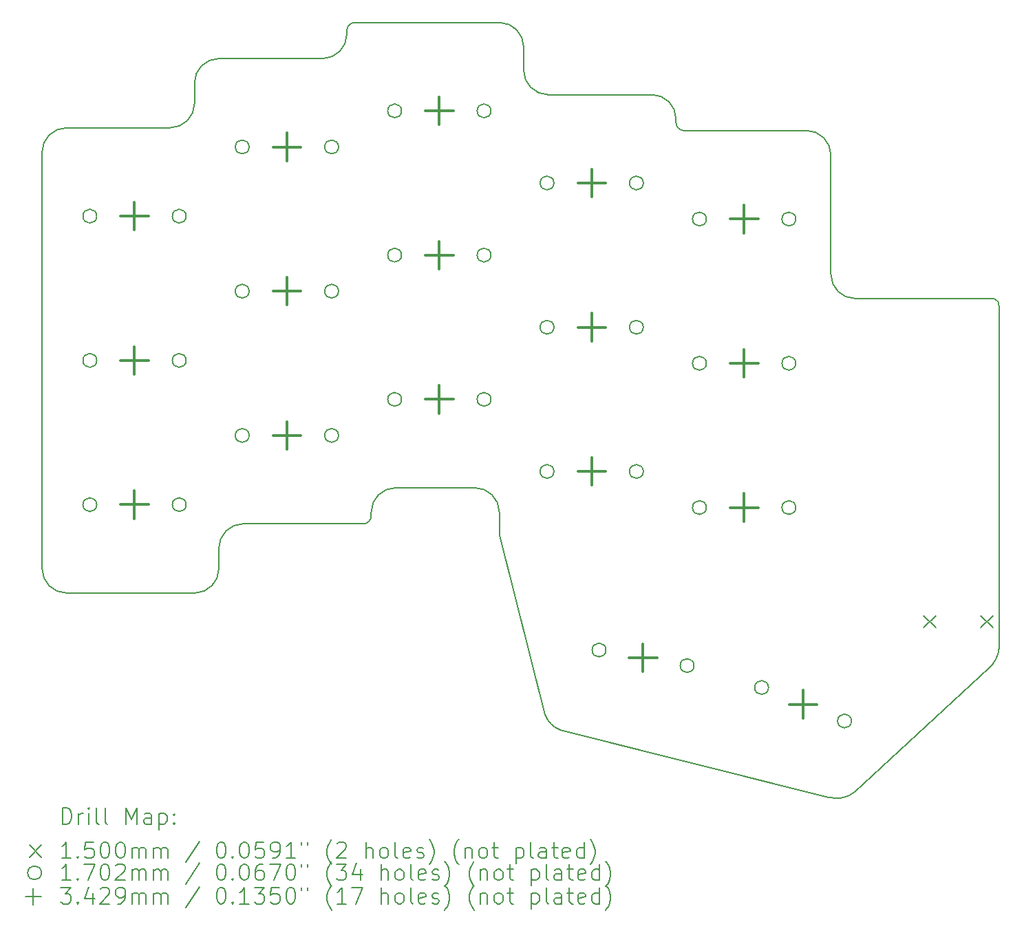
<source format=gbr>
%FSLAX45Y45*%
G04 Gerber Fmt 4.5, Leading zero omitted, Abs format (unit mm)*
G04 Created by KiCad (PCBNEW (6.0.1)) date 2022-01-21 15:59:15*
%MOMM*%
%LPD*%
G01*
G04 APERTURE LIST*
%TA.AperFunction,Profile*%
%ADD10C,0.150000*%
%TD*%
%ADD11C,0.200000*%
%ADD12C,0.150000*%
%ADD13C,0.170180*%
%ADD14C,0.342900*%
G04 APERTURE END LIST*
D10*
X14565868Y-9813440D02*
G75*
G03*
X14265868Y-9513440I-300000J0D01*
G01*
X10486500Y-14496750D02*
X10486500Y-14209250D01*
X12661500Y-9415500D02*
G75*
G03*
X12761500Y-9515500I100000J0D01*
G01*
X10786500Y-8484250D02*
G75*
G03*
X10486500Y-8184250I-300000J0D01*
G01*
X16636500Y-11684000D02*
G75*
G03*
X16573500Y-11581368I-87502J16940D01*
G01*
X8311500Y-8628000D02*
G75*
G03*
X8611500Y-8328000I0J300000D01*
G01*
X12661500Y-9371750D02*
X12661500Y-9415500D01*
X6736500Y-9180000D02*
X6736500Y-8928000D01*
X8711500Y-8184250D02*
X10486500Y-8184250D01*
X10786500Y-8771750D02*
G75*
G03*
X11086500Y-9071750I300000J0D01*
G01*
X14866197Y-11581368D02*
X16573500Y-11581368D01*
X7036500Y-8628000D02*
G75*
G03*
X6736500Y-8928000I0J-300000D01*
G01*
X16510000Y-16129000D02*
G75*
G03*
X16637000Y-15875000I-244625J281063D01*
G01*
X9211500Y-13909250D02*
G75*
G03*
X8911500Y-14209250I0J-300000D01*
G01*
X11049000Y-16700500D02*
G75*
G03*
X11239500Y-16891000I306697J116197D01*
G01*
X6736500Y-15205000D02*
G75*
G03*
X7036500Y-14905000I0J300000D01*
G01*
X8711500Y-8184250D02*
G75*
G03*
X8611500Y-8284250I0J-100000D01*
G01*
X14859000Y-17653000D02*
X16510000Y-16129000D01*
X10786500Y-8484250D02*
X10786500Y-8771750D01*
X8911500Y-14209250D02*
X8911500Y-14253000D01*
X4861500Y-14905000D02*
X4861500Y-9780000D01*
X6436500Y-9480000D02*
G75*
G03*
X6736500Y-9180000I0J300000D01*
G01*
X8811500Y-14353000D02*
G75*
G03*
X8911500Y-14253000I0J100000D01*
G01*
X5161500Y-9480000D02*
G75*
G03*
X4861500Y-9780000I0J-300000D01*
G01*
X11049000Y-16700500D02*
X10486500Y-14496750D01*
X14541500Y-17716500D02*
G75*
G03*
X14859000Y-17653000I97889J336057D01*
G01*
X14565868Y-9813440D02*
X14566197Y-11281368D01*
X7336500Y-14353000D02*
X8811500Y-14353000D01*
X14566197Y-11281368D02*
G75*
G03*
X14866197Y-11581368I300000J0D01*
G01*
X9211500Y-13909250D02*
X10186500Y-13909250D01*
X16637000Y-15875000D02*
X16636500Y-11684000D01*
X11239500Y-16891000D02*
X14541500Y-17716500D01*
X5161500Y-15205000D02*
X6736500Y-15205000D01*
X4861500Y-14905000D02*
G75*
G03*
X5161500Y-15205000I300000J0D01*
G01*
X11086500Y-9071750D02*
X12361500Y-9071750D01*
X12761500Y-9515500D02*
X14265868Y-9513440D01*
X5161500Y-9480000D02*
X6436500Y-9480000D01*
X8611500Y-8328000D02*
X8611500Y-8284250D01*
X7336500Y-14353000D02*
G75*
G03*
X7036500Y-14653000I0J-300000D01*
G01*
X7036500Y-8628000D02*
X8311500Y-8628000D01*
X10486500Y-14209250D02*
G75*
G03*
X10186500Y-13909250I-300000J0D01*
G01*
X12661500Y-9371750D02*
G75*
G03*
X12361500Y-9071750I-300000J0D01*
G01*
X7036500Y-14653000D02*
X7036500Y-14905000D01*
D11*
D12*
X15710250Y-15482500D02*
X15860250Y-15632500D01*
X15860250Y-15482500D02*
X15710250Y-15632500D01*
X16410250Y-15482500D02*
X16560250Y-15632500D01*
X16560250Y-15482500D02*
X16410250Y-15632500D01*
D13*
X5534090Y-10567500D02*
G75*
G03*
X5534090Y-10567500I-85090J0D01*
G01*
X5534090Y-12342500D02*
G75*
G03*
X5534090Y-12342500I-85090J0D01*
G01*
X5534090Y-14117500D02*
G75*
G03*
X5534090Y-14117500I-85090J0D01*
G01*
X6634090Y-10567500D02*
G75*
G03*
X6634090Y-10567500I-85090J0D01*
G01*
X6634090Y-12342500D02*
G75*
G03*
X6634090Y-12342500I-85090J0D01*
G01*
X6634090Y-14117500D02*
G75*
G03*
X6634090Y-14117500I-85090J0D01*
G01*
X7409090Y-9715500D02*
G75*
G03*
X7409090Y-9715500I-85090J0D01*
G01*
X7409090Y-11490500D02*
G75*
G03*
X7409090Y-11490500I-85090J0D01*
G01*
X7409090Y-13265500D02*
G75*
G03*
X7409090Y-13265500I-85090J0D01*
G01*
X8509090Y-9715500D02*
G75*
G03*
X8509090Y-9715500I-85090J0D01*
G01*
X8509090Y-11490500D02*
G75*
G03*
X8509090Y-11490500I-85090J0D01*
G01*
X8509090Y-13265500D02*
G75*
G03*
X8509090Y-13265500I-85090J0D01*
G01*
X9284090Y-9271750D02*
G75*
G03*
X9284090Y-9271750I-85090J0D01*
G01*
X9284090Y-11046750D02*
G75*
G03*
X9284090Y-11046750I-85090J0D01*
G01*
X9284090Y-12821750D02*
G75*
G03*
X9284090Y-12821750I-85090J0D01*
G01*
X10384090Y-9271750D02*
G75*
G03*
X10384090Y-9271750I-85090J0D01*
G01*
X10384090Y-11046750D02*
G75*
G03*
X10384090Y-11046750I-85090J0D01*
G01*
X10384090Y-12821750D02*
G75*
G03*
X10384090Y-12821750I-85090J0D01*
G01*
X11159090Y-10159250D02*
G75*
G03*
X11159090Y-10159250I-85090J0D01*
G01*
X11159090Y-11934250D02*
G75*
G03*
X11159090Y-11934250I-85090J0D01*
G01*
X11159090Y-13709250D02*
G75*
G03*
X11159090Y-13709250I-85090J0D01*
G01*
X11798946Y-15906493D02*
G75*
G03*
X11798946Y-15906493I-85090J0D01*
G01*
X12259090Y-10159250D02*
G75*
G03*
X12259090Y-10159250I-85090J0D01*
G01*
X12259090Y-11934250D02*
G75*
G03*
X12259090Y-11934250I-85090J0D01*
G01*
X12259090Y-13709250D02*
G75*
G03*
X12259090Y-13709250I-85090J0D01*
G01*
X12882234Y-16097506D02*
G75*
G03*
X12882234Y-16097506I-85090J0D01*
G01*
X13034090Y-10603000D02*
G75*
G03*
X13034090Y-10603000I-85090J0D01*
G01*
X13034090Y-12378000D02*
G75*
G03*
X13034090Y-12378000I-85090J0D01*
G01*
X13034090Y-14153000D02*
G75*
G03*
X13034090Y-14153000I-85090J0D01*
G01*
X13799139Y-16367466D02*
G75*
G03*
X13799139Y-16367466I-85090J0D01*
G01*
X14134090Y-10603000D02*
G75*
G03*
X14134090Y-10603000I-85090J0D01*
G01*
X14134090Y-12378000D02*
G75*
G03*
X14134090Y-12378000I-85090J0D01*
G01*
X14134090Y-14153000D02*
G75*
G03*
X14134090Y-14153000I-85090J0D01*
G01*
X14819041Y-16779534D02*
G75*
G03*
X14819041Y-16779534I-85090J0D01*
G01*
D14*
X5999000Y-10396050D02*
X5999000Y-10738950D01*
X5827550Y-10567500D02*
X6170450Y-10567500D01*
X5999000Y-12171050D02*
X5999000Y-12513950D01*
X5827550Y-12342500D02*
X6170450Y-12342500D01*
X5999000Y-13946050D02*
X5999000Y-14288950D01*
X5827550Y-14117500D02*
X6170450Y-14117500D01*
X7874000Y-9544050D02*
X7874000Y-9886950D01*
X7702550Y-9715500D02*
X8045450Y-9715500D01*
X7874000Y-11319050D02*
X7874000Y-11661950D01*
X7702550Y-11490500D02*
X8045450Y-11490500D01*
X7874000Y-13094050D02*
X7874000Y-13436950D01*
X7702550Y-13265500D02*
X8045450Y-13265500D01*
X9749000Y-9100300D02*
X9749000Y-9443200D01*
X9577550Y-9271750D02*
X9920450Y-9271750D01*
X9749000Y-10875300D02*
X9749000Y-11218200D01*
X9577550Y-11046750D02*
X9920450Y-11046750D01*
X9749000Y-12650300D02*
X9749000Y-12993200D01*
X9577550Y-12821750D02*
X9920450Y-12821750D01*
X11624000Y-9987800D02*
X11624000Y-10330700D01*
X11452550Y-10159250D02*
X11795450Y-10159250D01*
X11624000Y-11762800D02*
X11624000Y-12105700D01*
X11452550Y-11934250D02*
X11795450Y-11934250D01*
X11624000Y-13537800D02*
X11624000Y-13880700D01*
X11452550Y-13709250D02*
X11795450Y-13709250D01*
X12255500Y-15830550D02*
X12255500Y-16173450D01*
X12084050Y-16002000D02*
X12426950Y-16002000D01*
X13499000Y-10431550D02*
X13499000Y-10774450D01*
X13327550Y-10603000D02*
X13670450Y-10603000D01*
X13499000Y-12206550D02*
X13499000Y-12549450D01*
X13327550Y-12378000D02*
X13670450Y-12378000D01*
X13499000Y-13981550D02*
X13499000Y-14324450D01*
X13327550Y-14153000D02*
X13670450Y-14153000D01*
X14224000Y-16402050D02*
X14224000Y-16744950D01*
X14052550Y-16573500D02*
X14395450Y-16573500D01*
D11*
X5111619Y-18048443D02*
X5111619Y-17848443D01*
X5159238Y-17848443D01*
X5187810Y-17857967D01*
X5206857Y-17877014D01*
X5216381Y-17896062D01*
X5225905Y-17934157D01*
X5225905Y-17962728D01*
X5216381Y-18000824D01*
X5206857Y-18019871D01*
X5187810Y-18038919D01*
X5159238Y-18048443D01*
X5111619Y-18048443D01*
X5311619Y-18048443D02*
X5311619Y-17915109D01*
X5311619Y-17953205D02*
X5321143Y-17934157D01*
X5330667Y-17924633D01*
X5349714Y-17915109D01*
X5368762Y-17915109D01*
X5435429Y-18048443D02*
X5435429Y-17915109D01*
X5435429Y-17848443D02*
X5425905Y-17857967D01*
X5435429Y-17867490D01*
X5444952Y-17857967D01*
X5435429Y-17848443D01*
X5435429Y-17867490D01*
X5559238Y-18048443D02*
X5540190Y-18038919D01*
X5530667Y-18019871D01*
X5530667Y-17848443D01*
X5664000Y-18048443D02*
X5644952Y-18038919D01*
X5635428Y-18019871D01*
X5635428Y-17848443D01*
X5892571Y-18048443D02*
X5892571Y-17848443D01*
X5959238Y-17991300D01*
X6025905Y-17848443D01*
X6025905Y-18048443D01*
X6206857Y-18048443D02*
X6206857Y-17943681D01*
X6197333Y-17924633D01*
X6178286Y-17915109D01*
X6140190Y-17915109D01*
X6121143Y-17924633D01*
X6206857Y-18038919D02*
X6187809Y-18048443D01*
X6140190Y-18048443D01*
X6121143Y-18038919D01*
X6111619Y-18019871D01*
X6111619Y-18000824D01*
X6121143Y-17981776D01*
X6140190Y-17972252D01*
X6187809Y-17972252D01*
X6206857Y-17962728D01*
X6302095Y-17915109D02*
X6302095Y-18115109D01*
X6302095Y-17924633D02*
X6321143Y-17915109D01*
X6359238Y-17915109D01*
X6378286Y-17924633D01*
X6387809Y-17934157D01*
X6397333Y-17953205D01*
X6397333Y-18010347D01*
X6387809Y-18029395D01*
X6378286Y-18038919D01*
X6359238Y-18048443D01*
X6321143Y-18048443D01*
X6302095Y-18038919D01*
X6483048Y-18029395D02*
X6492571Y-18038919D01*
X6483048Y-18048443D01*
X6473524Y-18038919D01*
X6483048Y-18029395D01*
X6483048Y-18048443D01*
X6483048Y-17924633D02*
X6492571Y-17934157D01*
X6483048Y-17943681D01*
X6473524Y-17934157D01*
X6483048Y-17924633D01*
X6483048Y-17943681D01*
D12*
X4704000Y-18302967D02*
X4854000Y-18452967D01*
X4854000Y-18302967D02*
X4704000Y-18452967D01*
D11*
X5216381Y-18468443D02*
X5102095Y-18468443D01*
X5159238Y-18468443D02*
X5159238Y-18268443D01*
X5140190Y-18297014D01*
X5121143Y-18316062D01*
X5102095Y-18325586D01*
X5302095Y-18449395D02*
X5311619Y-18458919D01*
X5302095Y-18468443D01*
X5292571Y-18458919D01*
X5302095Y-18449395D01*
X5302095Y-18468443D01*
X5492571Y-18268443D02*
X5397333Y-18268443D01*
X5387810Y-18363681D01*
X5397333Y-18354157D01*
X5416381Y-18344633D01*
X5464000Y-18344633D01*
X5483048Y-18354157D01*
X5492571Y-18363681D01*
X5502095Y-18382728D01*
X5502095Y-18430347D01*
X5492571Y-18449395D01*
X5483048Y-18458919D01*
X5464000Y-18468443D01*
X5416381Y-18468443D01*
X5397333Y-18458919D01*
X5387810Y-18449395D01*
X5625905Y-18268443D02*
X5644952Y-18268443D01*
X5664000Y-18277967D01*
X5673524Y-18287490D01*
X5683048Y-18306538D01*
X5692571Y-18344633D01*
X5692571Y-18392252D01*
X5683048Y-18430347D01*
X5673524Y-18449395D01*
X5664000Y-18458919D01*
X5644952Y-18468443D01*
X5625905Y-18468443D01*
X5606857Y-18458919D01*
X5597333Y-18449395D01*
X5587810Y-18430347D01*
X5578286Y-18392252D01*
X5578286Y-18344633D01*
X5587810Y-18306538D01*
X5597333Y-18287490D01*
X5606857Y-18277967D01*
X5625905Y-18268443D01*
X5816381Y-18268443D02*
X5835428Y-18268443D01*
X5854476Y-18277967D01*
X5864000Y-18287490D01*
X5873524Y-18306538D01*
X5883048Y-18344633D01*
X5883048Y-18392252D01*
X5873524Y-18430347D01*
X5864000Y-18449395D01*
X5854476Y-18458919D01*
X5835428Y-18468443D01*
X5816381Y-18468443D01*
X5797333Y-18458919D01*
X5787809Y-18449395D01*
X5778286Y-18430347D01*
X5768762Y-18392252D01*
X5768762Y-18344633D01*
X5778286Y-18306538D01*
X5787809Y-18287490D01*
X5797333Y-18277967D01*
X5816381Y-18268443D01*
X5968762Y-18468443D02*
X5968762Y-18335109D01*
X5968762Y-18354157D02*
X5978286Y-18344633D01*
X5997333Y-18335109D01*
X6025905Y-18335109D01*
X6044952Y-18344633D01*
X6054476Y-18363681D01*
X6054476Y-18468443D01*
X6054476Y-18363681D02*
X6064000Y-18344633D01*
X6083048Y-18335109D01*
X6111619Y-18335109D01*
X6130667Y-18344633D01*
X6140190Y-18363681D01*
X6140190Y-18468443D01*
X6235428Y-18468443D02*
X6235428Y-18335109D01*
X6235428Y-18354157D02*
X6244952Y-18344633D01*
X6264000Y-18335109D01*
X6292571Y-18335109D01*
X6311619Y-18344633D01*
X6321143Y-18363681D01*
X6321143Y-18468443D01*
X6321143Y-18363681D02*
X6330667Y-18344633D01*
X6349714Y-18335109D01*
X6378286Y-18335109D01*
X6397333Y-18344633D01*
X6406857Y-18363681D01*
X6406857Y-18468443D01*
X6797333Y-18258919D02*
X6625905Y-18516062D01*
X7054476Y-18268443D02*
X7073524Y-18268443D01*
X7092571Y-18277967D01*
X7102095Y-18287490D01*
X7111619Y-18306538D01*
X7121143Y-18344633D01*
X7121143Y-18392252D01*
X7111619Y-18430347D01*
X7102095Y-18449395D01*
X7092571Y-18458919D01*
X7073524Y-18468443D01*
X7054476Y-18468443D01*
X7035428Y-18458919D01*
X7025905Y-18449395D01*
X7016381Y-18430347D01*
X7006857Y-18392252D01*
X7006857Y-18344633D01*
X7016381Y-18306538D01*
X7025905Y-18287490D01*
X7035428Y-18277967D01*
X7054476Y-18268443D01*
X7206857Y-18449395D02*
X7216381Y-18458919D01*
X7206857Y-18468443D01*
X7197333Y-18458919D01*
X7206857Y-18449395D01*
X7206857Y-18468443D01*
X7340190Y-18268443D02*
X7359238Y-18268443D01*
X7378286Y-18277967D01*
X7387809Y-18287490D01*
X7397333Y-18306538D01*
X7406857Y-18344633D01*
X7406857Y-18392252D01*
X7397333Y-18430347D01*
X7387809Y-18449395D01*
X7378286Y-18458919D01*
X7359238Y-18468443D01*
X7340190Y-18468443D01*
X7321143Y-18458919D01*
X7311619Y-18449395D01*
X7302095Y-18430347D01*
X7292571Y-18392252D01*
X7292571Y-18344633D01*
X7302095Y-18306538D01*
X7311619Y-18287490D01*
X7321143Y-18277967D01*
X7340190Y-18268443D01*
X7587809Y-18268443D02*
X7492571Y-18268443D01*
X7483048Y-18363681D01*
X7492571Y-18354157D01*
X7511619Y-18344633D01*
X7559238Y-18344633D01*
X7578286Y-18354157D01*
X7587809Y-18363681D01*
X7597333Y-18382728D01*
X7597333Y-18430347D01*
X7587809Y-18449395D01*
X7578286Y-18458919D01*
X7559238Y-18468443D01*
X7511619Y-18468443D01*
X7492571Y-18458919D01*
X7483048Y-18449395D01*
X7692571Y-18468443D02*
X7730667Y-18468443D01*
X7749714Y-18458919D01*
X7759238Y-18449395D01*
X7778286Y-18420824D01*
X7787809Y-18382728D01*
X7787809Y-18306538D01*
X7778286Y-18287490D01*
X7768762Y-18277967D01*
X7749714Y-18268443D01*
X7711619Y-18268443D01*
X7692571Y-18277967D01*
X7683048Y-18287490D01*
X7673524Y-18306538D01*
X7673524Y-18354157D01*
X7683048Y-18373205D01*
X7692571Y-18382728D01*
X7711619Y-18392252D01*
X7749714Y-18392252D01*
X7768762Y-18382728D01*
X7778286Y-18373205D01*
X7787809Y-18354157D01*
X7978286Y-18468443D02*
X7864000Y-18468443D01*
X7921143Y-18468443D02*
X7921143Y-18268443D01*
X7902095Y-18297014D01*
X7883048Y-18316062D01*
X7864000Y-18325586D01*
X8054476Y-18268443D02*
X8054476Y-18306538D01*
X8130667Y-18268443D02*
X8130667Y-18306538D01*
X8425905Y-18544633D02*
X8416381Y-18535109D01*
X8397333Y-18506538D01*
X8387809Y-18487490D01*
X8378286Y-18458919D01*
X8368762Y-18411300D01*
X8368762Y-18373205D01*
X8378286Y-18325586D01*
X8387809Y-18297014D01*
X8397333Y-18277967D01*
X8416381Y-18249395D01*
X8425905Y-18239871D01*
X8492571Y-18287490D02*
X8502095Y-18277967D01*
X8521143Y-18268443D01*
X8568762Y-18268443D01*
X8587810Y-18277967D01*
X8597333Y-18287490D01*
X8606857Y-18306538D01*
X8606857Y-18325586D01*
X8597333Y-18354157D01*
X8483048Y-18468443D01*
X8606857Y-18468443D01*
X8844952Y-18468443D02*
X8844952Y-18268443D01*
X8930667Y-18468443D02*
X8930667Y-18363681D01*
X8921143Y-18344633D01*
X8902095Y-18335109D01*
X8873524Y-18335109D01*
X8854476Y-18344633D01*
X8844952Y-18354157D01*
X9054476Y-18468443D02*
X9035429Y-18458919D01*
X9025905Y-18449395D01*
X9016381Y-18430347D01*
X9016381Y-18373205D01*
X9025905Y-18354157D01*
X9035429Y-18344633D01*
X9054476Y-18335109D01*
X9083048Y-18335109D01*
X9102095Y-18344633D01*
X9111619Y-18354157D01*
X9121143Y-18373205D01*
X9121143Y-18430347D01*
X9111619Y-18449395D01*
X9102095Y-18458919D01*
X9083048Y-18468443D01*
X9054476Y-18468443D01*
X9235429Y-18468443D02*
X9216381Y-18458919D01*
X9206857Y-18439871D01*
X9206857Y-18268443D01*
X9387810Y-18458919D02*
X9368762Y-18468443D01*
X9330667Y-18468443D01*
X9311619Y-18458919D01*
X9302095Y-18439871D01*
X9302095Y-18363681D01*
X9311619Y-18344633D01*
X9330667Y-18335109D01*
X9368762Y-18335109D01*
X9387810Y-18344633D01*
X9397333Y-18363681D01*
X9397333Y-18382728D01*
X9302095Y-18401776D01*
X9473524Y-18458919D02*
X9492571Y-18468443D01*
X9530667Y-18468443D01*
X9549714Y-18458919D01*
X9559238Y-18439871D01*
X9559238Y-18430347D01*
X9549714Y-18411300D01*
X9530667Y-18401776D01*
X9502095Y-18401776D01*
X9483048Y-18392252D01*
X9473524Y-18373205D01*
X9473524Y-18363681D01*
X9483048Y-18344633D01*
X9502095Y-18335109D01*
X9530667Y-18335109D01*
X9549714Y-18344633D01*
X9625905Y-18544633D02*
X9635429Y-18535109D01*
X9654476Y-18506538D01*
X9664000Y-18487490D01*
X9673524Y-18458919D01*
X9683048Y-18411300D01*
X9683048Y-18373205D01*
X9673524Y-18325586D01*
X9664000Y-18297014D01*
X9654476Y-18277967D01*
X9635429Y-18249395D01*
X9625905Y-18239871D01*
X9987810Y-18544633D02*
X9978286Y-18535109D01*
X9959238Y-18506538D01*
X9949714Y-18487490D01*
X9940190Y-18458919D01*
X9930667Y-18411300D01*
X9930667Y-18373205D01*
X9940190Y-18325586D01*
X9949714Y-18297014D01*
X9959238Y-18277967D01*
X9978286Y-18249395D01*
X9987810Y-18239871D01*
X10064000Y-18335109D02*
X10064000Y-18468443D01*
X10064000Y-18354157D02*
X10073524Y-18344633D01*
X10092571Y-18335109D01*
X10121143Y-18335109D01*
X10140190Y-18344633D01*
X10149714Y-18363681D01*
X10149714Y-18468443D01*
X10273524Y-18468443D02*
X10254476Y-18458919D01*
X10244952Y-18449395D01*
X10235429Y-18430347D01*
X10235429Y-18373205D01*
X10244952Y-18354157D01*
X10254476Y-18344633D01*
X10273524Y-18335109D01*
X10302095Y-18335109D01*
X10321143Y-18344633D01*
X10330667Y-18354157D01*
X10340190Y-18373205D01*
X10340190Y-18430347D01*
X10330667Y-18449395D01*
X10321143Y-18458919D01*
X10302095Y-18468443D01*
X10273524Y-18468443D01*
X10397333Y-18335109D02*
X10473524Y-18335109D01*
X10425905Y-18268443D02*
X10425905Y-18439871D01*
X10435429Y-18458919D01*
X10454476Y-18468443D01*
X10473524Y-18468443D01*
X10692571Y-18335109D02*
X10692571Y-18535109D01*
X10692571Y-18344633D02*
X10711619Y-18335109D01*
X10749714Y-18335109D01*
X10768762Y-18344633D01*
X10778286Y-18354157D01*
X10787810Y-18373205D01*
X10787810Y-18430347D01*
X10778286Y-18449395D01*
X10768762Y-18458919D01*
X10749714Y-18468443D01*
X10711619Y-18468443D01*
X10692571Y-18458919D01*
X10902095Y-18468443D02*
X10883048Y-18458919D01*
X10873524Y-18439871D01*
X10873524Y-18268443D01*
X11064000Y-18468443D02*
X11064000Y-18363681D01*
X11054476Y-18344633D01*
X11035429Y-18335109D01*
X10997333Y-18335109D01*
X10978286Y-18344633D01*
X11064000Y-18458919D02*
X11044952Y-18468443D01*
X10997333Y-18468443D01*
X10978286Y-18458919D01*
X10968762Y-18439871D01*
X10968762Y-18420824D01*
X10978286Y-18401776D01*
X10997333Y-18392252D01*
X11044952Y-18392252D01*
X11064000Y-18382728D01*
X11130667Y-18335109D02*
X11206857Y-18335109D01*
X11159238Y-18268443D02*
X11159238Y-18439871D01*
X11168762Y-18458919D01*
X11187809Y-18468443D01*
X11206857Y-18468443D01*
X11349714Y-18458919D02*
X11330667Y-18468443D01*
X11292571Y-18468443D01*
X11273524Y-18458919D01*
X11264000Y-18439871D01*
X11264000Y-18363681D01*
X11273524Y-18344633D01*
X11292571Y-18335109D01*
X11330667Y-18335109D01*
X11349714Y-18344633D01*
X11359238Y-18363681D01*
X11359238Y-18382728D01*
X11264000Y-18401776D01*
X11530667Y-18468443D02*
X11530667Y-18268443D01*
X11530667Y-18458919D02*
X11511619Y-18468443D01*
X11473524Y-18468443D01*
X11454476Y-18458919D01*
X11444952Y-18449395D01*
X11435428Y-18430347D01*
X11435428Y-18373205D01*
X11444952Y-18354157D01*
X11454476Y-18344633D01*
X11473524Y-18335109D01*
X11511619Y-18335109D01*
X11530667Y-18344633D01*
X11606857Y-18544633D02*
X11616381Y-18535109D01*
X11635428Y-18506538D01*
X11644952Y-18487490D01*
X11654476Y-18458919D01*
X11664000Y-18411300D01*
X11664000Y-18373205D01*
X11654476Y-18325586D01*
X11644952Y-18297014D01*
X11635428Y-18277967D01*
X11616381Y-18249395D01*
X11606857Y-18239871D01*
D13*
X4854000Y-18647967D02*
G75*
G03*
X4854000Y-18647967I-85090J0D01*
G01*
D11*
X5216381Y-18738443D02*
X5102095Y-18738443D01*
X5159238Y-18738443D02*
X5159238Y-18538443D01*
X5140190Y-18567014D01*
X5121143Y-18586062D01*
X5102095Y-18595586D01*
X5302095Y-18719395D02*
X5311619Y-18728919D01*
X5302095Y-18738443D01*
X5292571Y-18728919D01*
X5302095Y-18719395D01*
X5302095Y-18738443D01*
X5378286Y-18538443D02*
X5511619Y-18538443D01*
X5425905Y-18738443D01*
X5625905Y-18538443D02*
X5644952Y-18538443D01*
X5664000Y-18547967D01*
X5673524Y-18557490D01*
X5683048Y-18576538D01*
X5692571Y-18614633D01*
X5692571Y-18662252D01*
X5683048Y-18700347D01*
X5673524Y-18719395D01*
X5664000Y-18728919D01*
X5644952Y-18738443D01*
X5625905Y-18738443D01*
X5606857Y-18728919D01*
X5597333Y-18719395D01*
X5587810Y-18700347D01*
X5578286Y-18662252D01*
X5578286Y-18614633D01*
X5587810Y-18576538D01*
X5597333Y-18557490D01*
X5606857Y-18547967D01*
X5625905Y-18538443D01*
X5768762Y-18557490D02*
X5778286Y-18547967D01*
X5797333Y-18538443D01*
X5844952Y-18538443D01*
X5864000Y-18547967D01*
X5873524Y-18557490D01*
X5883048Y-18576538D01*
X5883048Y-18595586D01*
X5873524Y-18624157D01*
X5759238Y-18738443D01*
X5883048Y-18738443D01*
X5968762Y-18738443D02*
X5968762Y-18605109D01*
X5968762Y-18624157D02*
X5978286Y-18614633D01*
X5997333Y-18605109D01*
X6025905Y-18605109D01*
X6044952Y-18614633D01*
X6054476Y-18633681D01*
X6054476Y-18738443D01*
X6054476Y-18633681D02*
X6064000Y-18614633D01*
X6083048Y-18605109D01*
X6111619Y-18605109D01*
X6130667Y-18614633D01*
X6140190Y-18633681D01*
X6140190Y-18738443D01*
X6235428Y-18738443D02*
X6235428Y-18605109D01*
X6235428Y-18624157D02*
X6244952Y-18614633D01*
X6264000Y-18605109D01*
X6292571Y-18605109D01*
X6311619Y-18614633D01*
X6321143Y-18633681D01*
X6321143Y-18738443D01*
X6321143Y-18633681D02*
X6330667Y-18614633D01*
X6349714Y-18605109D01*
X6378286Y-18605109D01*
X6397333Y-18614633D01*
X6406857Y-18633681D01*
X6406857Y-18738443D01*
X6797333Y-18528919D02*
X6625905Y-18786062D01*
X7054476Y-18538443D02*
X7073524Y-18538443D01*
X7092571Y-18547967D01*
X7102095Y-18557490D01*
X7111619Y-18576538D01*
X7121143Y-18614633D01*
X7121143Y-18662252D01*
X7111619Y-18700347D01*
X7102095Y-18719395D01*
X7092571Y-18728919D01*
X7073524Y-18738443D01*
X7054476Y-18738443D01*
X7035428Y-18728919D01*
X7025905Y-18719395D01*
X7016381Y-18700347D01*
X7006857Y-18662252D01*
X7006857Y-18614633D01*
X7016381Y-18576538D01*
X7025905Y-18557490D01*
X7035428Y-18547967D01*
X7054476Y-18538443D01*
X7206857Y-18719395D02*
X7216381Y-18728919D01*
X7206857Y-18738443D01*
X7197333Y-18728919D01*
X7206857Y-18719395D01*
X7206857Y-18738443D01*
X7340190Y-18538443D02*
X7359238Y-18538443D01*
X7378286Y-18547967D01*
X7387809Y-18557490D01*
X7397333Y-18576538D01*
X7406857Y-18614633D01*
X7406857Y-18662252D01*
X7397333Y-18700347D01*
X7387809Y-18719395D01*
X7378286Y-18728919D01*
X7359238Y-18738443D01*
X7340190Y-18738443D01*
X7321143Y-18728919D01*
X7311619Y-18719395D01*
X7302095Y-18700347D01*
X7292571Y-18662252D01*
X7292571Y-18614633D01*
X7302095Y-18576538D01*
X7311619Y-18557490D01*
X7321143Y-18547967D01*
X7340190Y-18538443D01*
X7578286Y-18538443D02*
X7540190Y-18538443D01*
X7521143Y-18547967D01*
X7511619Y-18557490D01*
X7492571Y-18586062D01*
X7483048Y-18624157D01*
X7483048Y-18700347D01*
X7492571Y-18719395D01*
X7502095Y-18728919D01*
X7521143Y-18738443D01*
X7559238Y-18738443D01*
X7578286Y-18728919D01*
X7587809Y-18719395D01*
X7597333Y-18700347D01*
X7597333Y-18652728D01*
X7587809Y-18633681D01*
X7578286Y-18624157D01*
X7559238Y-18614633D01*
X7521143Y-18614633D01*
X7502095Y-18624157D01*
X7492571Y-18633681D01*
X7483048Y-18652728D01*
X7664000Y-18538443D02*
X7797333Y-18538443D01*
X7711619Y-18738443D01*
X7911619Y-18538443D02*
X7930667Y-18538443D01*
X7949714Y-18547967D01*
X7959238Y-18557490D01*
X7968762Y-18576538D01*
X7978286Y-18614633D01*
X7978286Y-18662252D01*
X7968762Y-18700347D01*
X7959238Y-18719395D01*
X7949714Y-18728919D01*
X7930667Y-18738443D01*
X7911619Y-18738443D01*
X7892571Y-18728919D01*
X7883048Y-18719395D01*
X7873524Y-18700347D01*
X7864000Y-18662252D01*
X7864000Y-18614633D01*
X7873524Y-18576538D01*
X7883048Y-18557490D01*
X7892571Y-18547967D01*
X7911619Y-18538443D01*
X8054476Y-18538443D02*
X8054476Y-18576538D01*
X8130667Y-18538443D02*
X8130667Y-18576538D01*
X8425905Y-18814633D02*
X8416381Y-18805109D01*
X8397333Y-18776538D01*
X8387809Y-18757490D01*
X8378286Y-18728919D01*
X8368762Y-18681300D01*
X8368762Y-18643205D01*
X8378286Y-18595586D01*
X8387809Y-18567014D01*
X8397333Y-18547967D01*
X8416381Y-18519395D01*
X8425905Y-18509871D01*
X8483048Y-18538443D02*
X8606857Y-18538443D01*
X8540190Y-18614633D01*
X8568762Y-18614633D01*
X8587810Y-18624157D01*
X8597333Y-18633681D01*
X8606857Y-18652728D01*
X8606857Y-18700347D01*
X8597333Y-18719395D01*
X8587810Y-18728919D01*
X8568762Y-18738443D01*
X8511619Y-18738443D01*
X8492571Y-18728919D01*
X8483048Y-18719395D01*
X8778286Y-18605109D02*
X8778286Y-18738443D01*
X8730667Y-18528919D02*
X8683048Y-18671776D01*
X8806857Y-18671776D01*
X9035429Y-18738443D02*
X9035429Y-18538443D01*
X9121143Y-18738443D02*
X9121143Y-18633681D01*
X9111619Y-18614633D01*
X9092571Y-18605109D01*
X9064000Y-18605109D01*
X9044952Y-18614633D01*
X9035429Y-18624157D01*
X9244952Y-18738443D02*
X9225905Y-18728919D01*
X9216381Y-18719395D01*
X9206857Y-18700347D01*
X9206857Y-18643205D01*
X9216381Y-18624157D01*
X9225905Y-18614633D01*
X9244952Y-18605109D01*
X9273524Y-18605109D01*
X9292571Y-18614633D01*
X9302095Y-18624157D01*
X9311619Y-18643205D01*
X9311619Y-18700347D01*
X9302095Y-18719395D01*
X9292571Y-18728919D01*
X9273524Y-18738443D01*
X9244952Y-18738443D01*
X9425905Y-18738443D02*
X9406857Y-18728919D01*
X9397333Y-18709871D01*
X9397333Y-18538443D01*
X9578286Y-18728919D02*
X9559238Y-18738443D01*
X9521143Y-18738443D01*
X9502095Y-18728919D01*
X9492571Y-18709871D01*
X9492571Y-18633681D01*
X9502095Y-18614633D01*
X9521143Y-18605109D01*
X9559238Y-18605109D01*
X9578286Y-18614633D01*
X9587810Y-18633681D01*
X9587810Y-18652728D01*
X9492571Y-18671776D01*
X9664000Y-18728919D02*
X9683048Y-18738443D01*
X9721143Y-18738443D01*
X9740190Y-18728919D01*
X9749714Y-18709871D01*
X9749714Y-18700347D01*
X9740190Y-18681300D01*
X9721143Y-18671776D01*
X9692571Y-18671776D01*
X9673524Y-18662252D01*
X9664000Y-18643205D01*
X9664000Y-18633681D01*
X9673524Y-18614633D01*
X9692571Y-18605109D01*
X9721143Y-18605109D01*
X9740190Y-18614633D01*
X9816381Y-18814633D02*
X9825905Y-18805109D01*
X9844952Y-18776538D01*
X9854476Y-18757490D01*
X9864000Y-18728919D01*
X9873524Y-18681300D01*
X9873524Y-18643205D01*
X9864000Y-18595586D01*
X9854476Y-18567014D01*
X9844952Y-18547967D01*
X9825905Y-18519395D01*
X9816381Y-18509871D01*
X10178286Y-18814633D02*
X10168762Y-18805109D01*
X10149714Y-18776538D01*
X10140190Y-18757490D01*
X10130667Y-18728919D01*
X10121143Y-18681300D01*
X10121143Y-18643205D01*
X10130667Y-18595586D01*
X10140190Y-18567014D01*
X10149714Y-18547967D01*
X10168762Y-18519395D01*
X10178286Y-18509871D01*
X10254476Y-18605109D02*
X10254476Y-18738443D01*
X10254476Y-18624157D02*
X10264000Y-18614633D01*
X10283048Y-18605109D01*
X10311619Y-18605109D01*
X10330667Y-18614633D01*
X10340190Y-18633681D01*
X10340190Y-18738443D01*
X10464000Y-18738443D02*
X10444952Y-18728919D01*
X10435429Y-18719395D01*
X10425905Y-18700347D01*
X10425905Y-18643205D01*
X10435429Y-18624157D01*
X10444952Y-18614633D01*
X10464000Y-18605109D01*
X10492571Y-18605109D01*
X10511619Y-18614633D01*
X10521143Y-18624157D01*
X10530667Y-18643205D01*
X10530667Y-18700347D01*
X10521143Y-18719395D01*
X10511619Y-18728919D01*
X10492571Y-18738443D01*
X10464000Y-18738443D01*
X10587810Y-18605109D02*
X10664000Y-18605109D01*
X10616381Y-18538443D02*
X10616381Y-18709871D01*
X10625905Y-18728919D01*
X10644952Y-18738443D01*
X10664000Y-18738443D01*
X10883048Y-18605109D02*
X10883048Y-18805109D01*
X10883048Y-18614633D02*
X10902095Y-18605109D01*
X10940190Y-18605109D01*
X10959238Y-18614633D01*
X10968762Y-18624157D01*
X10978286Y-18643205D01*
X10978286Y-18700347D01*
X10968762Y-18719395D01*
X10959238Y-18728919D01*
X10940190Y-18738443D01*
X10902095Y-18738443D01*
X10883048Y-18728919D01*
X11092571Y-18738443D02*
X11073524Y-18728919D01*
X11064000Y-18709871D01*
X11064000Y-18538443D01*
X11254476Y-18738443D02*
X11254476Y-18633681D01*
X11244952Y-18614633D01*
X11225905Y-18605109D01*
X11187809Y-18605109D01*
X11168762Y-18614633D01*
X11254476Y-18728919D02*
X11235428Y-18738443D01*
X11187809Y-18738443D01*
X11168762Y-18728919D01*
X11159238Y-18709871D01*
X11159238Y-18690824D01*
X11168762Y-18671776D01*
X11187809Y-18662252D01*
X11235428Y-18662252D01*
X11254476Y-18652728D01*
X11321143Y-18605109D02*
X11397333Y-18605109D01*
X11349714Y-18538443D02*
X11349714Y-18709871D01*
X11359238Y-18728919D01*
X11378286Y-18738443D01*
X11397333Y-18738443D01*
X11540190Y-18728919D02*
X11521143Y-18738443D01*
X11483048Y-18738443D01*
X11464000Y-18728919D01*
X11454476Y-18709871D01*
X11454476Y-18633681D01*
X11464000Y-18614633D01*
X11483048Y-18605109D01*
X11521143Y-18605109D01*
X11540190Y-18614633D01*
X11549714Y-18633681D01*
X11549714Y-18652728D01*
X11454476Y-18671776D01*
X11721143Y-18738443D02*
X11721143Y-18538443D01*
X11721143Y-18728919D02*
X11702095Y-18738443D01*
X11664000Y-18738443D01*
X11644952Y-18728919D01*
X11635428Y-18719395D01*
X11625905Y-18700347D01*
X11625905Y-18643205D01*
X11635428Y-18624157D01*
X11644952Y-18614633D01*
X11664000Y-18605109D01*
X11702095Y-18605109D01*
X11721143Y-18614633D01*
X11797333Y-18814633D02*
X11806857Y-18805109D01*
X11825905Y-18776538D01*
X11835428Y-18757490D01*
X11844952Y-18728919D01*
X11854476Y-18681300D01*
X11854476Y-18643205D01*
X11844952Y-18595586D01*
X11835428Y-18567014D01*
X11825905Y-18547967D01*
X11806857Y-18519395D01*
X11797333Y-18509871D01*
X4754000Y-18838147D02*
X4754000Y-19038147D01*
X4654000Y-18938147D02*
X4854000Y-18938147D01*
X5092571Y-18828623D02*
X5216381Y-18828623D01*
X5149714Y-18904813D01*
X5178286Y-18904813D01*
X5197333Y-18914337D01*
X5206857Y-18923861D01*
X5216381Y-18942908D01*
X5216381Y-18990527D01*
X5206857Y-19009575D01*
X5197333Y-19019099D01*
X5178286Y-19028623D01*
X5121143Y-19028623D01*
X5102095Y-19019099D01*
X5092571Y-19009575D01*
X5302095Y-19009575D02*
X5311619Y-19019099D01*
X5302095Y-19028623D01*
X5292571Y-19019099D01*
X5302095Y-19009575D01*
X5302095Y-19028623D01*
X5483048Y-18895289D02*
X5483048Y-19028623D01*
X5435429Y-18819099D02*
X5387810Y-18961956D01*
X5511619Y-18961956D01*
X5578286Y-18847670D02*
X5587810Y-18838147D01*
X5606857Y-18828623D01*
X5654476Y-18828623D01*
X5673524Y-18838147D01*
X5683048Y-18847670D01*
X5692571Y-18866718D01*
X5692571Y-18885766D01*
X5683048Y-18914337D01*
X5568762Y-19028623D01*
X5692571Y-19028623D01*
X5787809Y-19028623D02*
X5825905Y-19028623D01*
X5844952Y-19019099D01*
X5854476Y-19009575D01*
X5873524Y-18981004D01*
X5883048Y-18942908D01*
X5883048Y-18866718D01*
X5873524Y-18847670D01*
X5864000Y-18838147D01*
X5844952Y-18828623D01*
X5806857Y-18828623D01*
X5787809Y-18838147D01*
X5778286Y-18847670D01*
X5768762Y-18866718D01*
X5768762Y-18914337D01*
X5778286Y-18933385D01*
X5787809Y-18942908D01*
X5806857Y-18952432D01*
X5844952Y-18952432D01*
X5864000Y-18942908D01*
X5873524Y-18933385D01*
X5883048Y-18914337D01*
X5968762Y-19028623D02*
X5968762Y-18895289D01*
X5968762Y-18914337D02*
X5978286Y-18904813D01*
X5997333Y-18895289D01*
X6025905Y-18895289D01*
X6044952Y-18904813D01*
X6054476Y-18923861D01*
X6054476Y-19028623D01*
X6054476Y-18923861D02*
X6064000Y-18904813D01*
X6083048Y-18895289D01*
X6111619Y-18895289D01*
X6130667Y-18904813D01*
X6140190Y-18923861D01*
X6140190Y-19028623D01*
X6235428Y-19028623D02*
X6235428Y-18895289D01*
X6235428Y-18914337D02*
X6244952Y-18904813D01*
X6264000Y-18895289D01*
X6292571Y-18895289D01*
X6311619Y-18904813D01*
X6321143Y-18923861D01*
X6321143Y-19028623D01*
X6321143Y-18923861D02*
X6330667Y-18904813D01*
X6349714Y-18895289D01*
X6378286Y-18895289D01*
X6397333Y-18904813D01*
X6406857Y-18923861D01*
X6406857Y-19028623D01*
X6797333Y-18819099D02*
X6625905Y-19076242D01*
X7054476Y-18828623D02*
X7073524Y-18828623D01*
X7092571Y-18838147D01*
X7102095Y-18847670D01*
X7111619Y-18866718D01*
X7121143Y-18904813D01*
X7121143Y-18952432D01*
X7111619Y-18990527D01*
X7102095Y-19009575D01*
X7092571Y-19019099D01*
X7073524Y-19028623D01*
X7054476Y-19028623D01*
X7035428Y-19019099D01*
X7025905Y-19009575D01*
X7016381Y-18990527D01*
X7006857Y-18952432D01*
X7006857Y-18904813D01*
X7016381Y-18866718D01*
X7025905Y-18847670D01*
X7035428Y-18838147D01*
X7054476Y-18828623D01*
X7206857Y-19009575D02*
X7216381Y-19019099D01*
X7206857Y-19028623D01*
X7197333Y-19019099D01*
X7206857Y-19009575D01*
X7206857Y-19028623D01*
X7406857Y-19028623D02*
X7292571Y-19028623D01*
X7349714Y-19028623D02*
X7349714Y-18828623D01*
X7330667Y-18857194D01*
X7311619Y-18876242D01*
X7292571Y-18885766D01*
X7473524Y-18828623D02*
X7597333Y-18828623D01*
X7530667Y-18904813D01*
X7559238Y-18904813D01*
X7578286Y-18914337D01*
X7587809Y-18923861D01*
X7597333Y-18942908D01*
X7597333Y-18990527D01*
X7587809Y-19009575D01*
X7578286Y-19019099D01*
X7559238Y-19028623D01*
X7502095Y-19028623D01*
X7483048Y-19019099D01*
X7473524Y-19009575D01*
X7778286Y-18828623D02*
X7683048Y-18828623D01*
X7673524Y-18923861D01*
X7683048Y-18914337D01*
X7702095Y-18904813D01*
X7749714Y-18904813D01*
X7768762Y-18914337D01*
X7778286Y-18923861D01*
X7787809Y-18942908D01*
X7787809Y-18990527D01*
X7778286Y-19009575D01*
X7768762Y-19019099D01*
X7749714Y-19028623D01*
X7702095Y-19028623D01*
X7683048Y-19019099D01*
X7673524Y-19009575D01*
X7911619Y-18828623D02*
X7930667Y-18828623D01*
X7949714Y-18838147D01*
X7959238Y-18847670D01*
X7968762Y-18866718D01*
X7978286Y-18904813D01*
X7978286Y-18952432D01*
X7968762Y-18990527D01*
X7959238Y-19009575D01*
X7949714Y-19019099D01*
X7930667Y-19028623D01*
X7911619Y-19028623D01*
X7892571Y-19019099D01*
X7883048Y-19009575D01*
X7873524Y-18990527D01*
X7864000Y-18952432D01*
X7864000Y-18904813D01*
X7873524Y-18866718D01*
X7883048Y-18847670D01*
X7892571Y-18838147D01*
X7911619Y-18828623D01*
X8054476Y-18828623D02*
X8054476Y-18866718D01*
X8130667Y-18828623D02*
X8130667Y-18866718D01*
X8425905Y-19104813D02*
X8416381Y-19095289D01*
X8397333Y-19066718D01*
X8387809Y-19047670D01*
X8378286Y-19019099D01*
X8368762Y-18971480D01*
X8368762Y-18933385D01*
X8378286Y-18885766D01*
X8387809Y-18857194D01*
X8397333Y-18838147D01*
X8416381Y-18809575D01*
X8425905Y-18800051D01*
X8606857Y-19028623D02*
X8492571Y-19028623D01*
X8549714Y-19028623D02*
X8549714Y-18828623D01*
X8530667Y-18857194D01*
X8511619Y-18876242D01*
X8492571Y-18885766D01*
X8673524Y-18828623D02*
X8806857Y-18828623D01*
X8721143Y-19028623D01*
X9035429Y-19028623D02*
X9035429Y-18828623D01*
X9121143Y-19028623D02*
X9121143Y-18923861D01*
X9111619Y-18904813D01*
X9092571Y-18895289D01*
X9064000Y-18895289D01*
X9044952Y-18904813D01*
X9035429Y-18914337D01*
X9244952Y-19028623D02*
X9225905Y-19019099D01*
X9216381Y-19009575D01*
X9206857Y-18990527D01*
X9206857Y-18933385D01*
X9216381Y-18914337D01*
X9225905Y-18904813D01*
X9244952Y-18895289D01*
X9273524Y-18895289D01*
X9292571Y-18904813D01*
X9302095Y-18914337D01*
X9311619Y-18933385D01*
X9311619Y-18990527D01*
X9302095Y-19009575D01*
X9292571Y-19019099D01*
X9273524Y-19028623D01*
X9244952Y-19028623D01*
X9425905Y-19028623D02*
X9406857Y-19019099D01*
X9397333Y-19000051D01*
X9397333Y-18828623D01*
X9578286Y-19019099D02*
X9559238Y-19028623D01*
X9521143Y-19028623D01*
X9502095Y-19019099D01*
X9492571Y-19000051D01*
X9492571Y-18923861D01*
X9502095Y-18904813D01*
X9521143Y-18895289D01*
X9559238Y-18895289D01*
X9578286Y-18904813D01*
X9587810Y-18923861D01*
X9587810Y-18942908D01*
X9492571Y-18961956D01*
X9664000Y-19019099D02*
X9683048Y-19028623D01*
X9721143Y-19028623D01*
X9740190Y-19019099D01*
X9749714Y-19000051D01*
X9749714Y-18990527D01*
X9740190Y-18971480D01*
X9721143Y-18961956D01*
X9692571Y-18961956D01*
X9673524Y-18952432D01*
X9664000Y-18933385D01*
X9664000Y-18923861D01*
X9673524Y-18904813D01*
X9692571Y-18895289D01*
X9721143Y-18895289D01*
X9740190Y-18904813D01*
X9816381Y-19104813D02*
X9825905Y-19095289D01*
X9844952Y-19066718D01*
X9854476Y-19047670D01*
X9864000Y-19019099D01*
X9873524Y-18971480D01*
X9873524Y-18933385D01*
X9864000Y-18885766D01*
X9854476Y-18857194D01*
X9844952Y-18838147D01*
X9825905Y-18809575D01*
X9816381Y-18800051D01*
X10178286Y-19104813D02*
X10168762Y-19095289D01*
X10149714Y-19066718D01*
X10140190Y-19047670D01*
X10130667Y-19019099D01*
X10121143Y-18971480D01*
X10121143Y-18933385D01*
X10130667Y-18885766D01*
X10140190Y-18857194D01*
X10149714Y-18838147D01*
X10168762Y-18809575D01*
X10178286Y-18800051D01*
X10254476Y-18895289D02*
X10254476Y-19028623D01*
X10254476Y-18914337D02*
X10264000Y-18904813D01*
X10283048Y-18895289D01*
X10311619Y-18895289D01*
X10330667Y-18904813D01*
X10340190Y-18923861D01*
X10340190Y-19028623D01*
X10464000Y-19028623D02*
X10444952Y-19019099D01*
X10435429Y-19009575D01*
X10425905Y-18990527D01*
X10425905Y-18933385D01*
X10435429Y-18914337D01*
X10444952Y-18904813D01*
X10464000Y-18895289D01*
X10492571Y-18895289D01*
X10511619Y-18904813D01*
X10521143Y-18914337D01*
X10530667Y-18933385D01*
X10530667Y-18990527D01*
X10521143Y-19009575D01*
X10511619Y-19019099D01*
X10492571Y-19028623D01*
X10464000Y-19028623D01*
X10587810Y-18895289D02*
X10664000Y-18895289D01*
X10616381Y-18828623D02*
X10616381Y-19000051D01*
X10625905Y-19019099D01*
X10644952Y-19028623D01*
X10664000Y-19028623D01*
X10883048Y-18895289D02*
X10883048Y-19095289D01*
X10883048Y-18904813D02*
X10902095Y-18895289D01*
X10940190Y-18895289D01*
X10959238Y-18904813D01*
X10968762Y-18914337D01*
X10978286Y-18933385D01*
X10978286Y-18990527D01*
X10968762Y-19009575D01*
X10959238Y-19019099D01*
X10940190Y-19028623D01*
X10902095Y-19028623D01*
X10883048Y-19019099D01*
X11092571Y-19028623D02*
X11073524Y-19019099D01*
X11064000Y-19000051D01*
X11064000Y-18828623D01*
X11254476Y-19028623D02*
X11254476Y-18923861D01*
X11244952Y-18904813D01*
X11225905Y-18895289D01*
X11187809Y-18895289D01*
X11168762Y-18904813D01*
X11254476Y-19019099D02*
X11235428Y-19028623D01*
X11187809Y-19028623D01*
X11168762Y-19019099D01*
X11159238Y-19000051D01*
X11159238Y-18981004D01*
X11168762Y-18961956D01*
X11187809Y-18952432D01*
X11235428Y-18952432D01*
X11254476Y-18942908D01*
X11321143Y-18895289D02*
X11397333Y-18895289D01*
X11349714Y-18828623D02*
X11349714Y-19000051D01*
X11359238Y-19019099D01*
X11378286Y-19028623D01*
X11397333Y-19028623D01*
X11540190Y-19019099D02*
X11521143Y-19028623D01*
X11483048Y-19028623D01*
X11464000Y-19019099D01*
X11454476Y-19000051D01*
X11454476Y-18923861D01*
X11464000Y-18904813D01*
X11483048Y-18895289D01*
X11521143Y-18895289D01*
X11540190Y-18904813D01*
X11549714Y-18923861D01*
X11549714Y-18942908D01*
X11454476Y-18961956D01*
X11721143Y-19028623D02*
X11721143Y-18828623D01*
X11721143Y-19019099D02*
X11702095Y-19028623D01*
X11664000Y-19028623D01*
X11644952Y-19019099D01*
X11635428Y-19009575D01*
X11625905Y-18990527D01*
X11625905Y-18933385D01*
X11635428Y-18914337D01*
X11644952Y-18904813D01*
X11664000Y-18895289D01*
X11702095Y-18895289D01*
X11721143Y-18904813D01*
X11797333Y-19104813D02*
X11806857Y-19095289D01*
X11825905Y-19066718D01*
X11835428Y-19047670D01*
X11844952Y-19019099D01*
X11854476Y-18971480D01*
X11854476Y-18933385D01*
X11844952Y-18885766D01*
X11835428Y-18857194D01*
X11825905Y-18838147D01*
X11806857Y-18809575D01*
X11797333Y-18800051D01*
M02*

</source>
